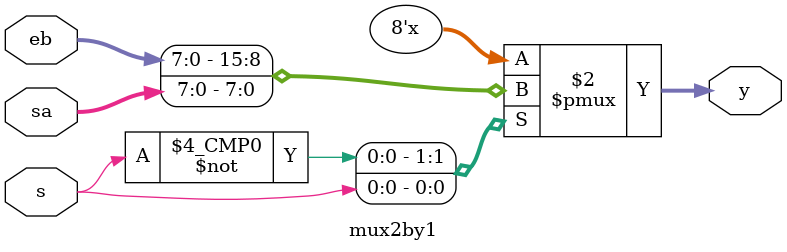
<source format=v>
module mux2by1(input [7:0]sa,eb,input s,output reg [7:0]y);

//assign y=s?sa:eb;
always@(*)
begin
case(s)
1'b0: y=eb;
1'b1: y=sa;
endcase
end
endmodule

</source>
